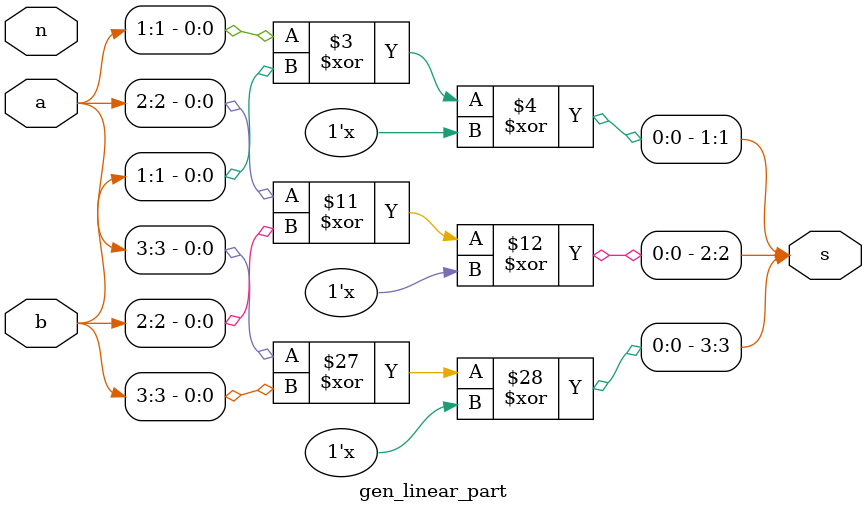
<source format=v>
module gen_linear_part(a,b,n,s);

input  [3:0] a, b; //adder inputs
input [24:0] n; // non-linear outputs
output [3:0] s;

//asigning bit 0assign s[0] = (a[0] ^ b[0]);
//asigning bit 1assign t[0] = n[0];
assign t[1] = t[0] ^ n[1];
assign t[2] = t[1] ^ n[2];

assign s[1] = ( a[1] ^ b [1] ) ^ t[2];

//asigning bit 2assign t[3] = n[3];
assign t[4] = t[3] ^ n[4];
assign t[5] = t[4] ^ n[5];
assign t[6] = t[5] ^ n[6];
assign t[7] = t[6] ^ n[7];
assign t[8] = t[7] ^ n[8];
assign t[9] = t[8] ^ n[9];

assign s[2] = ( a[2] ^ b [2] ) ^ t[9];

//asigning bit 3assign t[10] = n[10];
assign t[11] = t[10] ^ n[11];
assign t[12] = t[11] ^ n[12];
assign t[13] = t[12] ^ n[13];
assign t[14] = t[13] ^ n[14];
assign t[15] = t[14] ^ n[15];
assign t[16] = t[15] ^ n[16];
assign t[17] = t[16] ^ n[17];
assign t[18] = t[17] ^ n[18];
assign t[19] = t[18] ^ n[19];
assign t[20] = t[19] ^ n[20];
assign t[21] = t[20] ^ n[21];
assign t[22] = t[21] ^ n[22];
assign t[23] = t[22] ^ n[23];
assign t[24] = t[23] ^ n[24];

assign s[3] = ( a[3] ^ b [3] ) ^ t[24];

endmodule
</source>
